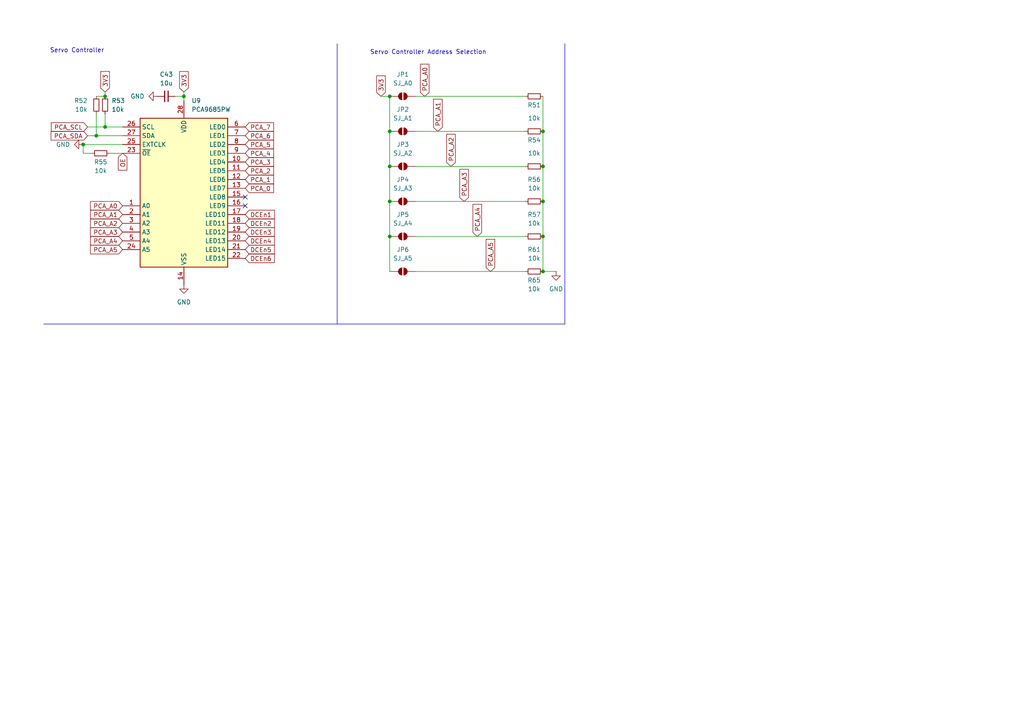
<source format=kicad_sch>
(kicad_sch (version 20231120) (generator "eeschema") (generator_version "8.0")
  (paper "A4")
  (lib_symbols
    (symbol "Device:C_Small" (pin_numbers hide) (pin_names (offset 0.254) hide)
      (property "Reference" "C" (at 0.254 1.778 0))
      (property "Value" "C_Small" (at 0.254 -2.032 0))
      (symbol "C_Small_0_1"
        (polyline (pts (xy -1.524 -0.508) (xy 1.524 -0.508)) (stroke (width 0.3302)))
        (polyline (pts (xy -1.524 0.508) (xy 1.524 0.508)) (stroke (width 0.3048)))
      )
      (symbol "C_Small_1_1"
        (pin passive line (at 0 2.54 270) (length 2.032) (name "~") (number "1"))
        (pin passive line (at 0 -2.54 90) (length 2.032) (name "~") (number "2"))
      )
    )
    (symbol "Device:R_Small" (pin_numbers hide) (pin_names (offset 0.254) hide)
      (property "Reference" "R" (at 0.762 0.508 0))
      (property "Value" "R_Small" (at 0.762 -1.016 0))
      (symbol "R_Small_0_1"
        (rectangle (start -0.762 1.778) (end 0.762 -1.778) (stroke (width 0.2032)))
      )
      (symbol "R_Small_1_1"
        (pin passive line (at 0 2.54 270) (length 0.762) (name "~") (number "1"))
        (pin passive line (at 0 -2.54 90) (length 0.762) (name "~") (number "2"))
      )
    )
    (symbol "Driver_LED:PCA9685PW"
      (property "Reference" "U" (at -12.7 22.225 0))
      (property "Value" "PCA9685PW" (at 1.27 22.225 0))
      (symbol "PCA9685PW_0_1"
        (rectangle (start -12.7 20.32) (end 12.7 -22.86) (stroke (width 0.254)) (fill (type background)))
      )
      (symbol "PCA9685PW_1_1"
        (pin input line (at -17.78 -5.08 0) (length 5.08) (name "A0") (number "1"))
        (pin output line (at 17.78 7.62 180) (length 5.08) (name "LED4") (number "10"))
        (pin output line (at 17.78 5.08 180) (length 5.08) (name "LED5") (number "11"))
        (pin output line (at 17.78 2.54 180) (length 5.08) (name "LED6") (number "12"))
        (pin output line (at 17.78 0 180) (length 5.08) (name "LED7") (number "13"))
        (pin power_in line (at 0 -27.94 90) (length 5.08) (name "VSS") (number "14"))
        (pin output line (at 17.78 -2.54 180) (length 5.08) (name "LED8") (number "15"))
        (pin output line (at 17.78 -5.08 180) (length 5.08) (name "LED9") (number "16"))
        (pin output line (at 17.78 -7.62 180) (length 5.08) (name "LED10") (number "17"))
        (pin output line (at 17.78 -10.16 180) (length 5.08) (name "LED11") (number "18"))
        (pin output line (at 17.78 -12.7 180) (length 5.08) (name "LED12") (number "19"))
        (pin input line (at -17.78 -7.62 0) (length 5.08) (name "A1") (number "2"))
        (pin output line (at 17.78 -15.24 180) (length 5.08) (name "LED13") (number "20"))
        (pin output line (at 17.78 -17.78 180) (length 5.08) (name "LED14") (number "21"))
        (pin output line (at 17.78 -20.32 180) (length 5.08) (name "LED15") (number "22"))
        (pin input line (at -17.78 10.16 0) (length 5.08) (name "~{OE}") (number "23"))
        (pin input line (at -17.78 -17.78 0) (length 5.08) (name "A5") (number "24"))
        (pin input line (at -17.78 12.7 0) (length 5.08) (name "EXTCLK") (number "25"))
        (pin input line (at -17.78 17.78 0) (length 5.08) (name "SCL") (number "26"))
        (pin bidirectional line (at -17.78 15.24 0) (length 5.08) (name "SDA") (number "27"))
        (pin power_in line (at 0 25.4 270) (length 5.08) (name "VDD") (number "28"))
        (pin input line (at -17.78 -10.16 0) (length 5.08) (name "A2") (number "3"))
        (pin input line (at -17.78 -12.7 0) (length 5.08) (name "A3") (number "4"))
        (pin input line (at -17.78 -15.24 0) (length 5.08) (name "A4") (number "5"))
        (pin output line (at 17.78 17.78 180) (length 5.08) (name "LED0") (number "6"))
        (pin output line (at 17.78 15.24 180) (length 5.08) (name "LED1") (number "7"))
        (pin output line (at 17.78 12.7 180) (length 5.08) (name "LED2") (number "8"))
        (pin output line (at 17.78 10.16 180) (length 5.08) (name "LED3") (number "9"))
      )
    )
    (symbol "Jumper:SolderJumper_2_Open" (pin_numbers hide) (pin_names (offset 0) hide) (exclude_from_sim yes) (in_bom no)
      (property "Reference" "JP" (at 0 2.032 0))
      (property "Value" "SolderJumper_2_Open" (at 0 -2.54 0))
      (symbol "SolderJumper_2_Open_0_1"
        (arc (start -0.254 1.016) (mid -1.2656 0) (end -0.254 -1.016))
        (arc (start -0.254 1.016) (mid -1.2656 0) (end -0.254 -1.016) (fill (type outline)))
        (polyline (pts (xy -0.254 1.016) (xy -0.254 -1.016)))
        (polyline (pts (xy 0.254 1.016) (xy 0.254 -1.016)))
        (arc (start 0.254 -1.016) (mid 1.2656 0) (end 0.254 1.016))
        (arc (start 0.254 -1.016) (mid 1.2656 0) (end 0.254 1.016) (fill (type outline)))
      )
      (symbol "SolderJumper_2_Open_1_1"
        (pin passive line (at -3.81 0 0) (length 2.54) (name "A") (number "1"))
        (pin passive line (at 3.81 0 180) (length 2.54) (name "B") (number "2"))
      )
    )
    (symbol "power:GND" (power) (pin_numbers hide) (pin_names (offset 0) hide)
      (property "Value" "GND" (at 0 -3.81 0))
      (symbol "GND_0_1"
        (polyline (pts (xy 0 0) (xy 0 -1.27) (xy 1.27 -1.27) (xy 0 -2.54) (xy -1.27 -1.27) (xy 0 -1.27)))
      )
      (symbol "GND_1_1"
        (pin power_in line (at 0 0 270) (length 0) (name "~") (number "1"))
      )
    )
  )
  (junction (at 157.48 38.1))
  (junction (at 24.13 41.91))
  (junction (at 113.03 68.58))
  (junction (at 157.48 48.26))
  (junction (at 113.03 27.94))
  (junction (at 113.03 58.42))
  (junction (at 53.34 27.94))
  (junction (at 30.48 27.94))
  (junction (at 113.03 38.1))
  (junction (at 157.48 68.58))
  (junction (at 157.48 78.74))
  (junction (at 157.48 58.42))
  (junction (at 27.94 39.37))
  (junction (at 30.48 36.83))
  (junction (at 113.03 48.26))
  (no_connect (at 71.12 57.15))
  (no_connect (at 71.12 59.69))
  (wire (pts (xy 24.13 41.91) (xy 35.56 41.91)))
  (wire (pts (xy 113.03 48.26) (xy 113.03 58.42)))
  (wire (pts (xy 27.94 27.94) (xy 30.48 27.94)))
  (wire (pts (xy 120.65 78.74) (xy 152.4 78.74)))
  (wire (pts (xy 120.65 38.1) (xy 152.4 38.1)))
  (wire (pts (xy 50.8 27.94) (xy 53.34 27.94)))
  (polyline (pts (xy 97.79 12.7) (xy 97.79 93.98)))
  (wire (pts (xy 157.48 68.58) (xy 157.48 78.74)))
  (wire (pts (xy 157.48 38.1) (xy 157.48 48.26)))
  (wire (pts (xy 30.48 36.83) (xy 35.56 36.83)))
  (polyline (pts (xy 12.7 93.98) (xy 163.83 93.98)))
  (wire (pts (xy 113.03 68.58) (xy 113.03 78.74)))
  (polyline (pts (xy 163.83 12.7) (xy 163.83 93.98)))
  (wire (pts (xy 25.4 36.83) (xy 30.48 36.83)))
  (wire (pts (xy 120.65 58.42) (xy 152.4 58.42)))
  (wire (pts (xy 120.65 68.58) (xy 152.4 68.58)))
  (wire (pts (xy 120.65 48.26) (xy 152.4 48.26)))
  (wire (pts (xy 157.48 27.94) (xy 157.48 38.1)))
  (wire (pts (xy 157.48 48.26) (xy 157.48 58.42)))
  (wire (pts (xy 157.48 58.42) (xy 157.48 68.58)))
  (wire (pts (xy 30.48 26.67) (xy 30.48 27.94)))
  (wire (pts (xy 113.03 38.1) (xy 113.03 48.26)))
  (wire (pts (xy 53.34 26.67) (xy 53.34 27.94)))
  (wire (pts (xy 27.94 33.02) (xy 27.94 39.37)))
  (wire (pts (xy 53.34 27.94) (xy 53.34 29.21)))
  (wire (pts (xy 31.75 44.45) (xy 35.56 44.45)))
  (wire (pts (xy 120.65 27.94) (xy 152.4 27.94)))
  (wire (pts (xy 24.13 41.91) (xy 24.13 44.45)))
  (wire (pts (xy 113.03 58.42) (xy 113.03 68.58)))
  (wire (pts (xy 24.13 44.45) (xy 26.67 44.45)))
  (wire (pts (xy 25.4 39.37) (xy 27.94 39.37)))
  (wire (pts (xy 27.94 39.37) (xy 35.56 39.37)))
  (wire (pts (xy 113.03 27.94) (xy 113.03 38.1)))
  (wire (pts (xy 157.48 78.74) (xy 161.29 78.74)))
  (wire (pts (xy 110.49 27.94) (xy 113.03 27.94)))
  (wire (pts (xy 30.48 33.02) (xy 30.48 36.83)))
  (text "Servo Controller Address Selection" (at 124.206 15.24 0) (effects (font (size 1.27 1.27))))
  (text "Servo Controller" (at 22.352 14.732 0) (effects (font (size 1.27 1.27))))
  (global_label "PCA_4" (shape input) (at 71.12 44.45 0) (property "Intersheetrefs" "${INTERSHEET_REFS}" (effects (hide yes))))
  (global_label "OE" (shape input) (at 35.56 44.45 270) (property "Intersheetrefs" "${INTERSHEET_REFS}" (effects (hide yes))))
  (global_label "3V3" (shape input) (at 110.49 27.94 90) (property "Intersheetrefs" "${INTERSHEET_REFS}" (effects (hide yes))))
  (global_label "DCEn3" (shape input) (at 71.12 67.31 0) (property "Intersheetrefs" "${INTERSHEET_REFS}" (effects (hide yes))))
  (global_label "PCA_A0" (shape input) (at 35.56 59.69 180) (property "Intersheetrefs" "${INTERSHEET_REFS}" (effects (hide yes))))
  (global_label "3V3" (shape input) (at 53.34 26.67 90) (property "Intersheetrefs" "${INTERSHEET_REFS}" (effects (hide yes))))
  (global_label "PCA_7" (shape input) (at 71.12 36.83 0) (property "Intersheetrefs" "${INTERSHEET_REFS}" (effects (hide yes))))
  (global_label "PCA_A3" (shape input) (at 134.62 58.42 90) (property "Intersheetrefs" "${INTERSHEET_REFS}" (effects (hide yes))))
  (global_label "3V3" (shape input) (at 30.48 26.67 90) (property "Intersheetrefs" "${INTERSHEET_REFS}" (effects (hide yes))))
  (global_label "DCEn5" (shape input) (at 71.12 72.39 0) (property "Intersheetrefs" "${INTERSHEET_REFS}" (effects (hide yes))))
  (global_label "PCA_A0" (shape input) (at 123.19 27.94 90) (property "Intersheetrefs" "${INTERSHEET_REFS}" (effects (hide yes))))
  (global_label "DCEn1" (shape input) (at 71.12 62.23 0) (property "Intersheetrefs" "${INTERSHEET_REFS}" (effects (hide yes))))
  (global_label "PCA_A4" (shape input) (at 138.43 68.58 90) (property "Intersheetrefs" "${INTERSHEET_REFS}" (effects (hide yes))))
  (global_label "PCA_A5" (shape input) (at 142.24 78.74 90) (property "Intersheetrefs" "${INTERSHEET_REFS}" (effects (hide yes))))
  (global_label "PCA_A4" (shape input) (at 35.56 69.85 180) (property "Intersheetrefs" "${INTERSHEET_REFS}" (effects (hide yes))))
  (global_label "PCA_A2" (shape input) (at 130.81 48.26 90) (property "Intersheetrefs" "${INTERSHEET_REFS}" (effects (hide yes))))
  (global_label "PCA_SDA" (shape input) (at 25.4 39.37 180) (property "Intersheetrefs" "${INTERSHEET_REFS}" (effects (hide yes))))
  (global_label "PCA_A2" (shape input) (at 35.56 64.77 180) (property "Intersheetrefs" "${INTERSHEET_REFS}" (effects (hide yes))))
  (global_label "PCA_5" (shape input) (at 71.12 41.91 0) (property "Intersheetrefs" "${INTERSHEET_REFS}" (effects (hide yes))))
  (global_label "PCA_A3" (shape input) (at 35.56 67.31 180) (property "Intersheetrefs" "${INTERSHEET_REFS}" (effects (hide yes))))
  (global_label "PCA_A1" (shape input) (at 35.56 62.23 180) (property "Intersheetrefs" "${INTERSHEET_REFS}" (effects (hide yes))))
  (global_label "PCA_6" (shape input) (at 71.12 39.37 0) (property "Intersheetrefs" "${INTERSHEET_REFS}" (effects (hide yes))))
  (global_label "PCA_3" (shape input) (at 71.12 46.99 0) (property "Intersheetrefs" "${INTERSHEET_REFS}" (effects (hide yes))))
  (global_label "DCEn4" (shape input) (at 71.12 69.85 0) (property "Intersheetrefs" "${INTERSHEET_REFS}" (effects (hide yes))))
  (global_label "DCEn6" (shape input) (at 71.12 74.93 0) (property "Intersheetrefs" "${INTERSHEET_REFS}" (effects (hide yes))))
  (global_label "PCA_A1" (shape input) (at 127 38.1 90) (property "Intersheetrefs" "${INTERSHEET_REFS}" (effects (hide yes))))
  (global_label "PCA_1" (shape input) (at 71.12 52.07 0) (property "Intersheetrefs" "${INTERSHEET_REFS}" (effects (hide yes))))
  (global_label "PCA_2" (shape input) (at 71.12 49.53 0) (property "Intersheetrefs" "${INTERSHEET_REFS}" (effects (hide yes))))
  (global_label "PCA_A5" (shape input) (at 35.56 72.39 180) (property "Intersheetrefs" "${INTERSHEET_REFS}" (effects (hide yes))))
  (global_label "DCEn2" (shape input) (at 71.12 64.77 0) (property "Intersheetrefs" "${INTERSHEET_REFS}" (effects (hide yes))))
  (global_label "PCA_SCL" (shape input) (at 25.4 36.83 180) (property "Intersheetrefs" "${INTERSHEET_REFS}" (effects (hide yes))))
  (global_label "PCA_0" (shape input) (at 71.12 54.61 0) (property "Intersheetrefs" "${INTERSHEET_REFS}" (effects (hide yes))))
  (symbol (lib_id "power:GND") (at 161.29 78.74 0) (unit 1)
    (property "Reference" "#PWR045" (effects (hide yes)))
    (property "Value" "GND" (at 161.29 83.82 0))
    (property "Description" "Power symbol creates a global label with name \"GND\" , ground" (effects (hide yes)))
  )
  (symbol (lib_id "Device:R_Small") (at 154.94 58.42 270) (unit 1)
    (property "Reference" "R57" (at 154.94 62.23 90))
    (property "Value" "10k" (at 154.94 64.77 90))
    (property "Footprint" "Resistor_SMD:R_0805_2012Metric" (effects (hide yes)))
    (property "Description" "Resistor, small symbol" (effects (hide yes)))
  )
  (symbol (lib_id "Jumper:SolderJumper_2_Open") (at 116.84 38.1 0) (unit 1) (exclude_from_sim yes) (in_bom no)
    (property "Reference" "JP2" (at 116.84 31.75 0))
    (property "Value" "SJ_A1" (at 116.84 34.29 0))
    (property "Footprint" "Jumper:SolderJumper-2_P1.3mm_Open_RoundedPad1.0x1.5mm" (effects (hide yes)))
    (property "Description" "Solder Jumper, 2-pole, open" (effects (hide yes)))
  )
  (symbol (lib_id "power:GND") (at 45.72 27.94 270) (unit 1)
    (property "Reference" "#PWR043" (effects (hide yes)))
    (property "Value" "GND" (at 41.91 27.9399 90) (effects (justify right)))
    (property "Description" "Power symbol creates a global label with name \"GND\" , ground" (effects (hide yes)))
  )
  (symbol (lib_id "Device:R_Small") (at 154.94 68.58 270) (unit 1)
    (property "Reference" "R61" (at 154.94 72.39 90))
    (property "Value" "10k" (at 154.94 74.93 90))
    (property "Footprint" "Resistor_SMD:R_0805_2012Metric" (effects (hide yes)))
    (property "Description" "Resistor, small symbol" (effects (hide yes)))
  )
  (symbol (lib_id "Device:R_Small") (at 154.94 27.94 270) (unit 1)
    (property "Reference" "R51" (at 154.94 30.48 90))
    (property "Value" "10k" (at 154.94 34.29 90))
    (property "Footprint" "Resistor_SMD:R_0805_2012Metric" (effects (hide yes)))
    (property "Description" "Resistor, small symbol" (effects (hide yes)))
  )
  (symbol (lib_id "Device:R_Small") (at 30.48 30.48 0) (unit 1)
    (property "Reference" "R53" (at 32.3486 29.2099 0) (effects (justify left)))
    (property "Value" "10k" (at 32.3486 31.7499 0) (effects (justify left)))
    (property "Footprint" "Resistor_SMD:R_0805_2012Metric" (effects (hide yes)))
    (property "Description" "Resistor, small symbol" (effects (hide yes)))
  )
  (symbol (lib_id "Jumper:SolderJumper_2_Open") (at 116.84 48.26 0) (unit 1) (exclude_from_sim yes) (in_bom no)
    (property "Reference" "JP3" (at 116.84 41.91 0))
    (property "Value" "SJ_A2" (at 116.84 44.45 0))
    (property "Footprint" "Jumper:SolderJumper-2_P1.3mm_Open_RoundedPad1.0x1.5mm" (effects (hide yes)))
    (property "Description" "Solder Jumper, 2-pole, open" (effects (hide yes)))
  )
  (symbol (lib_id "Jumper:SolderJumper_2_Open") (at 116.84 78.74 0) (unit 1) (exclude_from_sim yes) (in_bom no)
    (property "Reference" "JP6" (at 116.84 72.39 0))
    (property "Value" "SJ_A5" (at 116.84 74.93 0))
    (property "Footprint" "Jumper:SolderJumper-2_P1.3mm_Open_RoundedPad1.0x1.5mm" (effects (hide yes)))
    (property "Description" "Solder Jumper, 2-pole, open" (effects (hide yes)))
  )
  (symbol (lib_id "Jumper:SolderJumper_2_Open") (at 116.84 27.94 0) (unit 1) (exclude_from_sim yes) (in_bom no)
    (property "Reference" "JP1" (at 116.84 21.59 0))
    (property "Value" "SJ_A0" (at 116.84 24.13 0))
    (property "Footprint" "Jumper:SolderJumper-2_P1.3mm_Open_RoundedPad1.0x1.5mm" (effects (hide yes)))
    (property "Description" "Solder Jumper, 2-pole, open" (effects (hide yes)))
  )
  (symbol (lib_id "Jumper:SolderJumper_2_Open") (at 116.84 68.58 0) (unit 1) (exclude_from_sim yes) (in_bom no)
    (property "Reference" "JP5" (at 116.84 62.23 0))
    (property "Value" "SJ_A4" (at 116.84 64.77 0))
    (property "Footprint" "Jumper:SolderJumper-2_P1.3mm_Open_RoundedPad1.0x1.5mm" (effects (hide yes)))
    (property "Description" "Solder Jumper, 2-pole, open" (effects (hide yes)))
  )
  (symbol (lib_id "Jumper:SolderJumper_2_Open") (at 116.84 58.42 0) (unit 1) (exclude_from_sim yes) (in_bom no)
    (property "Reference" "JP4" (at 116.84 52.07 0))
    (property "Value" "SJ_A3" (at 116.84 54.61 0))
    (property "Footprint" "Jumper:SolderJumper-2_P1.3mm_Open_RoundedPad1.0x1.5mm" (effects (hide yes)))
    (property "Description" "Solder Jumper, 2-pole, open" (effects (hide yes)))
  )
  (symbol (lib_id "Device:R_Small") (at 29.21 44.45 270) (unit 1)
    (property "Reference" "R55" (at 29.21 46.99 90))
    (property "Value" "10k" (at 29.21 49.53 90))
    (property "Footprint" "Resistor_SMD:R_0805_2012Metric" (effects (hide yes)))
    (property "Description" "Resistor, small symbol" (effects (hide yes)))
  )
  (symbol (lib_id "Device:R_Small") (at 27.94 30.48 0) (unit 1)
    (property "Reference" "R52" (at 25.4 29.2099 0) (effects (justify right)))
    (property "Value" "10k" (at 25.4 31.7499 0) (effects (justify right)))
    (property "Footprint" "Resistor_SMD:R_0805_2012Metric" (effects (hide yes)))
    (property "Description" "Resistor, small symbol" (effects (hide yes)))
  )
  (symbol (lib_id "power:GND") (at 24.13 41.91 270) (unit 1)
    (property "Reference" "#PWR044" (effects (hide yes)))
    (property "Value" "GND" (at 20.32 41.9099 90) (effects (justify right)))
    (property "Description" "Power symbol creates a global label with name \"GND\" , ground" (effects (hide yes)))
  )
  (symbol (lib_id "Device:R_Small") (at 154.94 78.74 270) (unit 1)
    (property "Reference" "R65" (at 154.94 81.28 90))
    (property "Value" "10k" (at 154.94 83.82 90))
    (property "Footprint" "Resistor_SMD:R_0805_2012Metric" (effects (hide yes)))
    (property "Description" "Resistor, small symbol" (effects (hide yes)))
  )
  (symbol (lib_id "Device:R_Small") (at 154.94 48.26 270) (unit 1)
    (property "Reference" "R56" (at 154.94 52.07 90))
    (property "Value" "10k" (at 154.94 54.61 90))
    (property "Footprint" "Resistor_SMD:R_0805_2012Metric" (effects (hide yes)))
    (property "Description" "Resistor, small symbol" (effects (hide yes)))
  )
  (symbol (lib_id "Device:R_Small") (at 154.94 38.1 270) (unit 1)
    (property "Reference" "R54" (at 154.94 40.64 90))
    (property "Value" "10k" (at 154.94 44.45 90))
    (property "Footprint" "Resistor_SMD:R_0805_2012Metric" (effects (hide yes)))
    (property "Description" "Resistor, small symbol" (effects (hide yes)))
  )
  (symbol (lib_id "Device:C_Small") (at 48.26 27.94 270) (unit 1)
    (property "Reference" "C43" (at 48.2536 21.59 90))
    (property "Value" "10u" (at 48.2536 24.13 90))
    (property "Footprint" "Capacitor_SMD:C_0805_2012Metric" (effects (hide yes)))
    (property "Description" "Unpolarized capacitor, small symbol" (effects (hide yes)))
  )
  (symbol (lib_id "Driver_LED:PCA9685PW") (at 53.34 54.61 0) (unit 1)
    (property "Reference" "U9" (at 55.5341 29.21 0) (effects (justify left)))
    (property "Value" "PCA9685PW" (at 55.5341 31.75 0) (effects (justify left)))
    (property "Footprint" "Package_SO:TSSOP-28_4.4x9.7mm_P0.65mm" (effects (hide yes)))
    (property "Datasheet" "http://www.nxp.com/docs/en/data-sheet/PCA9685.pdf" (effects (hide yes)))
    (property "Description" "16-channel 12-bit PWM Fm+ I2C-bus LED controller RGBA TSSOP" (effects (hide yes)))
  )
  (symbol (lib_id "power:GND") (at 53.34 82.55 0) (unit 1)
    (property "Reference" "#PWR046" (effects (hide yes)))
    (property "Value" "GND" (at 53.34 87.63 0))
    (property "Description" "Power symbol creates a global label with name \"GND\" , ground" (effects (hide yes)))
  )
)
</source>
